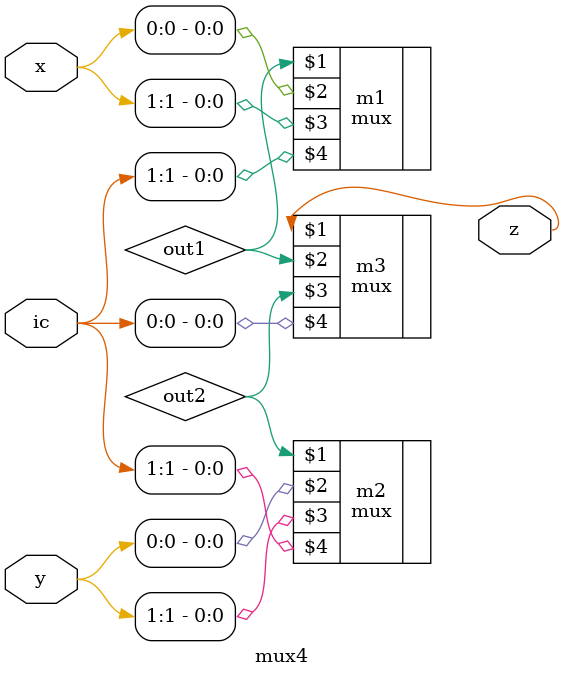
<source format=sv>
module mux4(output z, input [1:0]x, input [1:0]y, input [1:0]ic);

wire out1;
wire out2;

mux m1(out1,x[0],x[1],ic[1]);
mux m2(out2,y[0],y[1],ic[1]);
mux m3(z,out1,out2,ic[0]);

endmodule

</source>
